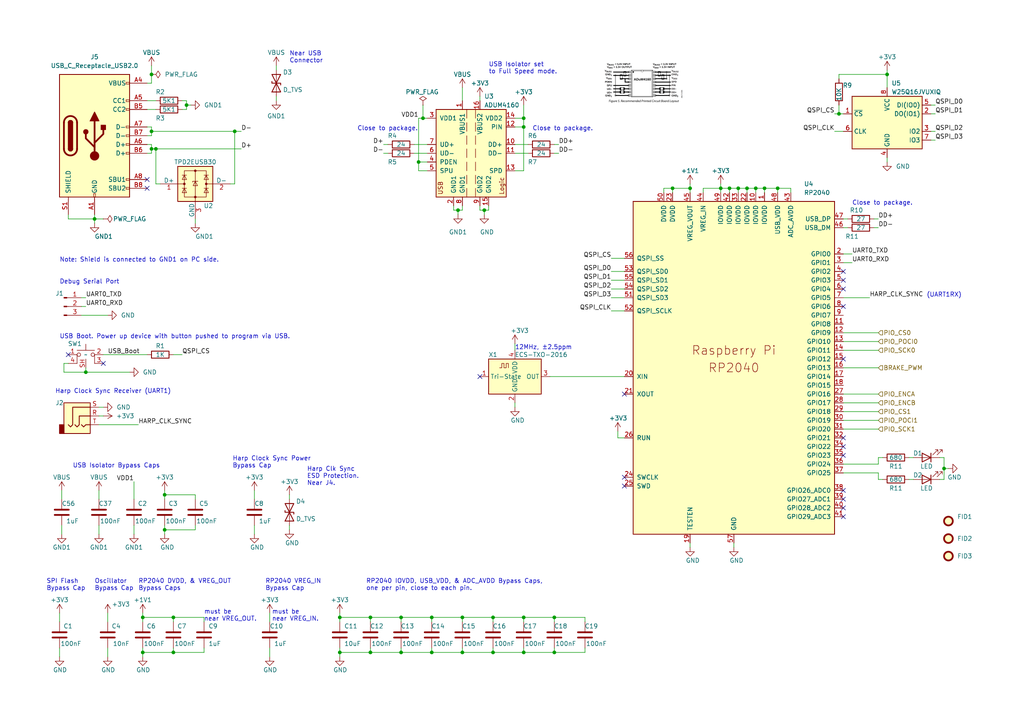
<source format=kicad_sch>
(kicad_sch (version 20230121) (generator eeschema)
  (paper "A4")
  (junction (at 116.332 179.07))
  (junction (at 151.892 179.07))
  (junction (at 47.752 143.51))
  (junction (at 243.332 33.02))
  (junction (at 225.552 54.61))
  (junction (at 160.782 179.07))
  (junction (at 221.742 54.61))
  (junction (at 211.582 54.61))
  (junction (at 122.682 34.29))
  (junction (at 43.942 43.18))
  (junction (at 195.072 54.61))
  (junction (at 116.332 189.23))
  (junction (at 125.222 189.23))
  (junction (at 24.892 107.95))
  (junction (at 151.892 36.83))
  (junction (at 143.002 189.23))
  (junction (at 45.212 43.18))
  (junction (at 143.002 179.07))
  (junction (at 121.412 46.99))
  (junction (at 27.432 63.5))
  (junction (at 273.812 135.89))
  (junction (at 125.222 179.07))
  (junction (at 107.442 179.07))
  (junction (at 219.202 54.61))
  (junction (at 132.842 60.96))
  (junction (at 50.292 189.23))
  (junction (at 98.552 189.23))
  (junction (at 257.302 21.59))
  (junction (at 134.112 189.23))
  (junction (at 68.072 38.1))
  (junction (at 160.782 189.23))
  (junction (at 41.402 189.23))
  (junction (at 216.662 54.61))
  (junction (at 98.552 179.07))
  (junction (at 140.462 60.96))
  (junction (at 43.942 21.59))
  (junction (at 107.442 189.23))
  (junction (at 50.292 179.07))
  (junction (at 214.122 54.61))
  (junction (at 43.942 38.1))
  (junction (at 151.892 34.29))
  (junction (at 209.042 54.61))
  (junction (at 134.112 179.07))
  (junction (at 47.752 153.67))
  (junction (at 151.892 189.23))
  (junction (at 200.152 54.61))
  (junction (at 54.102 30.48))
  (junction (at 41.402 179.07))
  (no_connect (at 244.602 144.78))
  (no_connect (at 244.602 78.74))
  (no_connect (at 244.602 147.32))
  (no_connect (at 244.602 132.08))
  (no_connect (at 244.602 81.28))
  (no_connect (at 244.602 104.14))
  (no_connect (at 181.102 140.97))
  (no_connect (at 42.672 54.61))
  (no_connect (at 19.812 102.87))
  (no_connect (at 181.102 138.43))
  (no_connect (at 244.602 127))
  (no_connect (at 181.102 114.3))
  (no_connect (at 244.602 83.82))
  (no_connect (at 244.602 88.9))
  (no_connect (at 244.602 142.24))
  (no_connect (at 42.672 52.07))
  (no_connect (at 29.972 105.41))
  (no_connect (at 139.192 109.22))
  (no_connect (at 244.602 149.86))
  (no_connect (at 244.602 129.54))
  (wire (pts (xy 116.332 187.96) (xy 116.332 189.23)))
  (wire (pts (xy 253.492 66.04) (xy 254.762 66.04)))
  (wire (pts (xy 256.032 139.065) (xy 254.762 139.065)))
  (wire (pts (xy 132.842 60.96) (xy 132.842 62.23)))
  (wire (pts (xy 273.812 132.715) (xy 273.812 135.89)))
  (wire (pts (xy 56.642 144.78) (xy 56.642 143.51)))
  (wire (pts (xy 17.907 142.24) (xy 17.907 144.78)))
  (wire (pts (xy 219.202 54.61) (xy 221.742 54.61)))
  (wire (pts (xy 116.332 179.07) (xy 125.222 179.07)))
  (wire (pts (xy 47.752 152.4) (xy 47.752 153.67)))
  (wire (pts (xy 56.642 143.51) (xy 47.752 143.51)))
  (wire (pts (xy 41.402 179.07) (xy 50.292 179.07)))
  (wire (pts (xy 52.832 29.21) (xy 54.102 29.21)))
  (wire (pts (xy 140.462 60.96) (xy 141.732 60.96)))
  (wire (pts (xy 47.752 143.51) (xy 47.752 144.78)))
  (wire (pts (xy 244.602 114.3) (xy 254.762 114.3)))
  (wire (pts (xy 177.292 90.17) (xy 181.102 90.17)))
  (wire (pts (xy 31.242 187.96) (xy 31.242 190.5)))
  (wire (pts (xy 243.332 21.59) (xy 257.302 21.59)))
  (wire (pts (xy 47.752 153.67) (xy 47.752 154.94)))
  (wire (pts (xy 28.702 142.24) (xy 28.702 144.78)))
  (wire (pts (xy 45.212 43.18) (xy 69.977 43.18)))
  (wire (pts (xy 17.272 177.8) (xy 17.272 180.34)))
  (wire (pts (xy 169.672 179.07) (xy 160.782 179.07)))
  (wire (pts (xy 28.702 152.4) (xy 28.702 154.94)))
  (wire (pts (xy 68.072 38.1) (xy 69.977 38.1)))
  (wire (pts (xy 160.782 189.23) (xy 169.672 189.23)))
  (wire (pts (xy 54.102 31.75) (xy 54.102 30.48)))
  (wire (pts (xy 151.892 34.29) (xy 149.352 34.29)))
  (wire (pts (xy 244.602 121.92) (xy 254.762 121.92)))
  (wire (pts (xy 18.542 107.95) (xy 24.892 107.95)))
  (wire (pts (xy 244.602 86.36) (xy 252.222 86.36)))
  (wire (pts (xy 28.702 118.11) (xy 29.972 118.11)))
  (wire (pts (xy 123.952 46.99) (xy 121.412 46.99)))
  (wire (pts (xy 116.332 179.07) (xy 107.442 179.07)))
  (wire (pts (xy 31.242 177.8) (xy 31.242 180.34)))
  (wire (pts (xy 23.622 91.44) (xy 31.242 91.44)))
  (wire (pts (xy 27.432 63.5) (xy 29.972 63.5)))
  (wire (pts (xy 151.892 187.96) (xy 151.892 189.23)))
  (wire (pts (xy 263.652 132.715) (xy 264.922 132.715)))
  (wire (pts (xy 125.222 180.34) (xy 125.222 179.07)))
  (wire (pts (xy 38.862 139.7) (xy 38.862 144.78)))
  (wire (pts (xy 121.412 46.99) (xy 121.412 34.29)))
  (wire (pts (xy 244.602 134.62) (xy 254.762 134.62)))
  (wire (pts (xy 134.112 60.96) (xy 132.842 60.96)))
  (wire (pts (xy 134.112 179.07) (xy 143.002 179.07)))
  (wire (pts (xy 42.672 29.21) (xy 45.212 29.21)))
  (wire (pts (xy 209.042 53.34) (xy 209.042 54.61)))
  (wire (pts (xy 43.942 44.45) (xy 42.672 44.45)))
  (wire (pts (xy 28.702 120.65) (xy 29.972 120.65)))
  (wire (pts (xy 56.642 63.5) (xy 56.642 64.77)))
  (wire (pts (xy 192.532 54.61) (xy 192.532 55.88)))
  (wire (pts (xy 50.292 189.23) (xy 50.292 187.96)))
  (wire (pts (xy 83.947 152.4) (xy 83.947 153.67)))
  (wire (pts (xy 17.272 187.96) (xy 17.272 190.5)))
  (wire (pts (xy 17.907 152.4) (xy 17.907 154.94)))
  (wire (pts (xy 216.662 54.61) (xy 216.662 55.88)))
  (wire (pts (xy 244.602 76.2) (xy 247.142 76.2)))
  (wire (pts (xy 107.442 179.07) (xy 107.442 180.34)))
  (wire (pts (xy 122.682 30.48) (xy 122.682 34.29)))
  (wire (pts (xy 273.812 135.89) (xy 275.082 135.89)))
  (wire (pts (xy 254.762 137.16) (xy 244.602 137.16)))
  (wire (pts (xy 41.402 189.23) (xy 50.292 189.23)))
  (wire (pts (xy 125.222 179.07) (xy 134.112 179.07)))
  (wire (pts (xy 134.112 179.07) (xy 134.112 180.34)))
  (wire (pts (xy 120.142 41.91) (xy 123.952 41.91)))
  (wire (pts (xy 83.947 143.51) (xy 83.947 144.78)))
  (wire (pts (xy 216.662 54.61) (xy 219.202 54.61)))
  (wire (pts (xy 47.752 153.67) (xy 56.642 153.67)))
  (wire (pts (xy 209.042 54.61) (xy 203.962 54.61)))
  (wire (pts (xy 203.962 54.61) (xy 203.962 55.88)))
  (wire (pts (xy 50.292 180.34) (xy 50.292 179.07)))
  (wire (pts (xy 181.102 86.36) (xy 177.292 86.36)))
  (wire (pts (xy 78.232 187.96) (xy 78.232 190.5)))
  (wire (pts (xy 141.732 60.96) (xy 141.732 59.69)))
  (wire (pts (xy 143.002 179.07) (xy 143.002 180.34)))
  (wire (pts (xy 254.762 134.62) (xy 254.762 132.715)))
  (wire (pts (xy 43.942 36.83) (xy 43.942 38.1)))
  (wire (pts (xy 263.652 139.065) (xy 264.922 139.065)))
  (wire (pts (xy 140.462 60.96) (xy 140.462 62.23)))
  (wire (pts (xy 254.762 139.065) (xy 254.762 137.16)))
  (wire (pts (xy 229.362 54.61) (xy 225.552 54.61)))
  (wire (pts (xy 272.542 132.715) (xy 273.812 132.715)))
  (wire (pts (xy 225.552 54.61) (xy 221.742 54.61)))
  (wire (pts (xy 134.112 189.23) (xy 125.222 189.23)))
  (wire (pts (xy 50.292 189.23) (xy 59.182 189.23)))
  (wire (pts (xy 214.122 54.61) (xy 216.662 54.61)))
  (wire (pts (xy 253.492 63.5) (xy 254.762 63.5)))
  (wire (pts (xy 125.222 187.96) (xy 125.222 189.23)))
  (wire (pts (xy 242.062 38.1) (xy 244.602 38.1)))
  (wire (pts (xy 225.552 54.61) (xy 225.552 55.88)))
  (wire (pts (xy 54.102 30.48) (xy 54.102 29.21)))
  (wire (pts (xy 24.892 106.68) (xy 24.892 107.95)))
  (wire (pts (xy 179.197 125.095) (xy 179.197 127)))
  (wire (pts (xy 43.942 38.1) (xy 68.072 38.1)))
  (wire (pts (xy 116.332 189.23) (xy 107.442 189.23)))
  (wire (pts (xy 181.102 83.82) (xy 177.292 83.82)))
  (wire (pts (xy 151.892 189.23) (xy 143.002 189.23)))
  (wire (pts (xy 200.152 54.61) (xy 195.072 54.61)))
  (wire (pts (xy 257.302 20.32) (xy 257.302 21.59)))
  (wire (pts (xy 116.332 179.07) (xy 116.332 180.34)))
  (wire (pts (xy 23.622 86.36) (xy 24.892 86.36)))
  (wire (pts (xy 169.672 180.34) (xy 169.672 179.07)))
  (wire (pts (xy 59.182 180.34) (xy 59.182 179.07)))
  (wire (pts (xy 29.972 102.87) (xy 42.672 102.87)))
  (wire (pts (xy 18.542 105.41) (xy 19.812 105.41)))
  (wire (pts (xy 214.122 54.61) (xy 214.122 55.88)))
  (wire (pts (xy 24.892 107.95) (xy 37.592 107.95)))
  (wire (pts (xy 43.942 38.1) (xy 43.942 39.37)))
  (wire (pts (xy 122.682 34.29) (xy 121.412 34.29)))
  (wire (pts (xy 139.192 27.94) (xy 139.192 29.21)))
  (wire (pts (xy 244.602 119.38) (xy 254.762 119.38)))
  (wire (pts (xy 151.892 30.48) (xy 151.892 34.29)))
  (wire (pts (xy 132.842 60.96) (xy 131.572 60.96)))
  (wire (pts (xy 219.202 54.61) (xy 219.202 55.88)))
  (wire (pts (xy 270.002 40.64) (xy 271.272 40.64)))
  (wire (pts (xy 68.072 53.34) (xy 66.802 53.34)))
  (wire (pts (xy 123.952 34.29) (xy 122.682 34.29)))
  (wire (pts (xy 120.142 44.45) (xy 123.952 44.45)))
  (wire (pts (xy 56.642 153.67) (xy 56.642 152.4)))
  (wire (pts (xy 27.432 63.5) (xy 27.432 64.77)))
  (wire (pts (xy 139.192 59.69) (xy 139.192 60.96)))
  (wire (pts (xy 143.002 187.96) (xy 143.002 189.23)))
  (wire (pts (xy 211.582 54.61) (xy 214.122 54.61)))
  (wire (pts (xy 179.197 127) (xy 181.102 127)))
  (wire (pts (xy 43.942 43.18) (xy 45.212 43.18)))
  (wire (pts (xy 151.892 189.23) (xy 160.782 189.23)))
  (wire (pts (xy 244.602 99.06) (xy 254.762 99.06)))
  (wire (pts (xy 27.432 62.23) (xy 27.432 63.5)))
  (wire (pts (xy 43.942 21.59) (xy 43.942 24.13)))
  (wire (pts (xy 177.292 74.93) (xy 181.102 74.93)))
  (wire (pts (xy 221.742 54.61) (xy 221.742 55.88)))
  (wire (pts (xy 244.602 124.46) (xy 254.762 124.46)))
  (wire (pts (xy 270.002 30.48) (xy 271.272 30.48)))
  (wire (pts (xy 244.602 106.68) (xy 254.762 106.68)))
  (wire (pts (xy 80.137 27.94) (xy 80.137 29.21)))
  (wire (pts (xy 169.672 187.96) (xy 169.672 189.23)))
  (wire (pts (xy 45.212 53.34) (xy 46.482 53.34)))
  (wire (pts (xy 160.782 179.07) (xy 151.892 179.07)))
  (wire (pts (xy 42.672 41.91) (xy 43.942 41.91)))
  (wire (pts (xy 229.362 55.88) (xy 229.362 54.61)))
  (wire (pts (xy 107.442 187.96) (xy 107.442 189.23)))
  (wire (pts (xy 43.942 41.91) (xy 43.942 43.18)))
  (wire (pts (xy 200.152 53.34) (xy 200.152 54.61)))
  (wire (pts (xy 254.762 132.715) (xy 256.032 132.715)))
  (wire (pts (xy 243.332 30.48) (xy 243.332 33.02)))
  (wire (pts (xy 43.942 39.37) (xy 42.672 39.37)))
  (wire (pts (xy 134.112 25.4) (xy 134.112 29.21)))
  (wire (pts (xy 149.352 44.45) (xy 153.162 44.45)))
  (wire (pts (xy 159.512 109.22) (xy 181.102 109.22)))
  (wire (pts (xy 200.152 54.61) (xy 200.152 55.88)))
  (wire (pts (xy 242.062 33.02) (xy 243.332 33.02)))
  (wire (pts (xy 43.942 24.13) (xy 42.672 24.13)))
  (wire (pts (xy 43.942 43.18) (xy 43.942 44.45)))
  (wire (pts (xy 181.102 78.74) (xy 177.292 78.74)))
  (wire (pts (xy 59.182 189.23) (xy 59.182 187.96)))
  (wire (pts (xy 98.552 177.8) (xy 98.552 179.07)))
  (wire (pts (xy 270.002 33.02) (xy 271.272 33.02)))
  (wire (pts (xy 211.582 54.61) (xy 211.582 55.88)))
  (wire (pts (xy 151.892 36.83) (xy 151.892 49.53)))
  (wire (pts (xy 195.072 54.61) (xy 195.072 55.88)))
  (wire (pts (xy 149.352 99.695) (xy 149.352 101.6)))
  (wire (pts (xy 244.602 63.5) (xy 245.872 63.5)))
  (wire (pts (xy 160.782 41.91) (xy 162.052 41.91)))
  (wire (pts (xy 209.042 54.61) (xy 211.582 54.61)))
  (wire (pts (xy 143.002 189.23) (xy 134.112 189.23)))
  (wire (pts (xy 134.112 59.69) (xy 134.112 60.96)))
  (wire (pts (xy 50.292 102.87) (xy 52.832 102.87)))
  (wire (pts (xy 98.552 187.96) (xy 98.552 189.23)))
  (wire (pts (xy 200.152 157.48) (xy 200.152 158.75)))
  (wire (pts (xy 50.292 179.07) (xy 59.182 179.07)))
  (wire (pts (xy 139.192 60.96) (xy 140.462 60.96)))
  (wire (pts (xy 41.402 189.23) (xy 41.402 190.5)))
  (wire (pts (xy 80.137 19.05) (xy 80.137 20.32)))
  (wire (pts (xy 244.602 96.52) (xy 254.762 96.52)))
  (wire (pts (xy 98.552 189.23) (xy 107.442 189.23)))
  (wire (pts (xy 160.782 180.34) (xy 160.782 179.07)))
  (wire (pts (xy 243.332 33.02) (xy 244.602 33.02)))
  (wire (pts (xy 73.787 142.24) (xy 73.787 144.78)))
  (wire (pts (xy 149.352 36.83) (xy 151.892 36.83)))
  (wire (pts (xy 41.402 177.8) (xy 41.402 179.07)))
  (wire (pts (xy 23.622 88.9) (xy 24.892 88.9)))
  (wire (pts (xy 243.332 22.86) (xy 243.332 21.59)))
  (wire (pts (xy 209.042 54.61) (xy 209.042 55.88)))
  (wire (pts (xy 19.812 62.23) (xy 19.812 63.5)))
  (wire (pts (xy 18.542 107.95) (xy 18.542 105.41)))
  (wire (pts (xy 123.952 49.53) (xy 121.412 49.53)))
  (wire (pts (xy 244.602 116.84) (xy 254.762 116.84)))
  (wire (pts (xy 19.812 63.5) (xy 27.432 63.5)))
  (wire (pts (xy 41.402 187.96) (xy 41.402 189.23)))
  (wire (pts (xy 98.552 189.23) (xy 98.552 190.5)))
  (wire (pts (xy 160.782 189.23) (xy 160.782 187.96)))
  (wire (pts (xy 52.832 31.75) (xy 54.102 31.75)))
  (wire (pts (xy 41.402 179.07) (xy 41.402 180.34)))
  (wire (pts (xy 151.892 180.34) (xy 151.892 179.07)))
  (wire (pts (xy 143.002 179.07) (xy 151.892 179.07)))
  (wire (pts (xy 257.302 45.72) (xy 257.302 46.99)))
  (wire (pts (xy 125.222 189.23) (xy 116.332 189.23)))
  (wire (pts (xy 111.252 44.45) (xy 112.522 44.45)))
  (wire (pts (xy 98.552 179.07) (xy 107.442 179.07)))
  (wire (pts (xy 98.552 179.07) (xy 98.552 180.34)))
  (wire (pts (xy 121.412 49.53) (xy 121.412 46.99)))
  (wire (pts (xy 257.302 21.59) (xy 257.302 25.4)))
  (wire (pts (xy 244.602 73.66) (xy 247.142 73.66)))
  (wire (pts (xy 272.542 139.065) (xy 273.812 139.065)))
  (wire (pts (xy 151.892 49.53) (xy 149.352 49.53)))
  (wire (pts (xy 111.252 41.91) (xy 112.522 41.91)))
  (wire (pts (xy 73.787 152.4) (xy 73.787 154.94)))
  (wire (pts (xy 149.352 116.84) (xy 149.352 118.11)))
  (wire (pts (xy 54.102 30.48) (xy 55.372 30.48)))
  (wire (pts (xy 149.352 41.91) (xy 153.162 41.91)))
  (wire (pts (xy 28.702 123.19) (xy 40.132 123.19)))
  (wire (pts (xy 270.002 38.1) (xy 271.272 38.1)))
  (wire (pts (xy 151.892 34.29) (xy 151.892 36.83)))
  (wire (pts (xy 131.572 59.69) (xy 131.572 60.96)))
  (wire (pts (xy 45.212 43.18) (xy 45.212 53.34)))
  (wire (pts (xy 43.942 19.05) (xy 43.942 21.59)))
  (wire (pts (xy 212.852 157.48) (xy 212.852 158.75)))
  (wire (pts (xy 273.812 135.89) (xy 273.812 139.065)))
  (wire (pts (xy 195.072 54.61) (xy 192.532 54.61)))
  (wire (pts (xy 244.602 101.6) (xy 254.762 101.6)))
  (wire (pts (xy 160.782 44.45) (xy 162.052 44.45)))
  (wire (pts (xy 134.112 187.96) (xy 134.112 189.23)))
  (wire (pts (xy 78.232 177.8) (xy 78.232 180.34)))
  (wire (pts (xy 47.752 142.24) (xy 47.752 143.51)))
  (wire (pts (xy 181.102 81.28) (xy 177.292 81.28)))
  (wire (pts (xy 68.072 38.1) (xy 68.072 53.34)))
  (wire (pts (xy 42.672 31.75) (xy 45.212 31.75)))
  (wire (pts (xy 42.672 36.83) (xy 43.942 36.83)))
  (wire (pts (xy 244.602 66.04) (xy 245.872 66.04)))
  (wire (pts (xy 38.862 152.4) (xy 38.862 154.94)))
  (image (at 186.182 24.13) (scale 0.172608))
  (text "Harp Clk Sync\nESD Protection.\nNear J4." (at 89.027 140.97 0) (effects (font (size 1.27 1.27)) (justify left bottom)))
  (text "USB Isolator set\nto Full Speed mode." (at 141.732 21.59 0) (effects (font (size 1.27 1.27)) (justify left bottom)))
  (text "must be \nnear VREG_OUT." (at 59.182 180.34 0) (effects (font (size 1.27 1.27)) (justify left bottom)))
  (text "USB Isolator Bypass Caps" (at 21.082 135.89 0) (effects (font (size 1.27 1.27)) (justify left bottom)))
  (text "Harp Clock Sync Receiver (UART1)" (at 16.002 114.3 0) (effects (font (size 1.27 1.27)) (justify left bottom)))
  (text "Oscillator\nBypass Cap" (at 27.432 171.45 0) (effects (font (size 1.27 1.27)) (justify left bottom)))
  (text "Debug Serial Port" (at 17.272 82.55 0) (effects (font (size 1.27 1.27)) (justify left bottom)))
  (text "Harp Clock Sync Power\nBypass Cap" (at 67.437 135.89 0) (effects (font (size 1.27 1.27)) (justify left bottom)))
  (text "RP2040 IOVDD, USB_VDD, & ADC_AVDD Bypass Caps, \none per pin, close to each pin." (at 106.172 171.45 0) (effects (font (size 1.27 1.27)) (justify left bottom)))
  (text "USB Boot. Power up device with button pushed to program via USB." (at 17.272 98.425 0) (effects (font (size 1.27 1.27)) (justify left bottom)))
  (text "(UART1RX)" (at 268.732 86.36 0) (effects (font (size 1.27 1.27)) (justify left bottom)))
  (text "Close to package." (at 247.142 59.69 0) (effects (font (size 1.27 1.27)) (justify left bottom)))
  (text "RP2040 VREG_IN\nBypass Cap" (at 76.962 171.45 0) (effects (font (size 1.27 1.27)) (justify left bottom)))
  (text "12MHz, ±2.5ppm" (at 149.352 101.6 0) (effects (font (size 1.27 1.27)) (justify left bottom)))
  (text "must be \nnear VREG_IN." (at 78.867 180.34 0) (effects (font (size 1.27 1.27)) (justify left bottom)))
  (text "Near USB\nConnector" (at 83.947 18.415 0) (effects (font (size 1.27 1.27)) (justify left bottom)))
  (text "Close to package." (at 154.432 38.1 0) (effects (font (size 1.27 1.27)) (justify left bottom)))
  (text "RP2040 DVDD, & VREG_OUT \nBypass Caps" (at 40.132 171.45 0) (effects (font (size 1.27 1.27)) (justify left bottom)))
  (text "Close to package." (at 103.632 38.1 0) (effects (font (size 1.27 1.27)) (justify left bottom)))
  (text "Note: Shield is connected to GND1 on PC side." (at 17.272 76.2 0) (effects (font (size 1.27 1.27)) (justify left bottom)))
  (text "SPI Flash\nBypass Cap" (at 13.462 171.45 0) (effects (font (size 1.27 1.27)) (justify left bottom)))
  (label "QSPI_CLK" (at 177.292 90.17 180))
  (label "QSPI_CS" (at 177.292 74.93 180))
  (label "HARP_CLK_SYNC" (at 252.222 86.36 0))
  (label "VDD1" (at 121.412 34.29 180))
  (label "USB_Boot" (at 31.242 102.87 0))
  (label "D-" (at 111.252 44.45 180))
  (label "QSPI_CS" (at 52.832 102.87 0))
  (label "QSPI_D2" (at 271.272 38.1 0))
  (label "UART0_RXD" (at 24.892 88.9 0))
  (label "VDD1" (at 38.862 139.7 180))
  (label "HARP_CLK_SYNC" (at 40.132 123.19 0))
  (label "QSPI_D3" (at 177.292 86.36 180))
  (label "UART0_TXD" (at 247.142 73.66 0))
  (label "DD+" (at 162.052 41.91 0))
  (label "QSPI_D3" (at 271.272 40.64 0))
  (label "DD+" (at 254.762 63.5 0))
  (label "D-" (at 69.977 38.1 0))
  (label "DD-" (at 254.762 66.04 0))
  (label "QSPI_D2" (at 177.292 83.82 180))
  (label "QSPI_D0" (at 177.292 78.74 180))
  (label "QSPI_D1" (at 177.292 81.28 180))
  (label "QSPI_CLK" (at 242.062 38.1 180))
  (label "DD-" (at 162.052 44.45 0))
  (label "D+" (at 111.252 41.91 180))
  (label "QSPI_CS" (at 242.062 33.02 180))
  (label "QSPI_D1" (at 271.272 33.02 0))
  (label "D+" (at 69.977 43.18 0))
  (label "QSPI_D0" (at 271.272 30.48 0))
  (label "UART0_RXD" (at 247.142 76.2 0))
  (label "UART0_TXD" (at 24.892 86.36 0))
  (hierarchical_label "PIO_SCK1" (shape input) (at 254.762 124.46 0))
  (hierarchical_label "BRAKE_PWM" (shape input) (at 254.762 106.68 0))
  (hierarchical_label "PIO_POCI0" (shape input) (at 254.762 99.06 0))
  (hierarchical_label "PIO_SCK0" (shape input) (at 254.762 101.6 0))
  (hierarchical_label "PIO_ENCA" (shape input) (at 254.762 114.3 0))
  (hierarchical_label "PIO_ENCB" (shape input) (at 254.762 116.84 0))
  (hierarchical_label "PIO_CS0" (shape input) (at 254.762 96.52 0))
  (hierarchical_label "PIO_CS1" (shape input) (at 254.762 119.38 0))
  (hierarchical_label "PIO_POCI1" (shape input) (at 254.762 121.92 0))
  (symbol (lib_id "Device:R") (at 49.022 29.21 90) (unit 1)
    (property "Reference" "R2" (at 46.482 26.67 90))
    (property "Value" "5K1" (at 49.022 29.21 90))
    (property "Footprint" "Resistor_SMD:R_0402_1005Metric" (effects hide))
    (property "Datasheet" "https://www.yageo.com/upload/media/product/productsearch/datasheet/rchip/PYu-RT_1-to-0.01_RoHS_L_13.pdf" (effects hide))
    (property "Link" "https://www.digikey.com/en/products/detail/yageo/RT0402FRE075K1L/1072083" (effects hide))
    (property "Manufacturer" "Yageo" (effects hide))
    (property "Manufacturer Number" "RT0402FRE075K1L" (effects hide))
    (property "Tolerance" "1%" (effects hide))
    (property "PCBWay Link" "https://www.pcbway.com/components/detail/RT0402FRE075K1L/449762/" (effects hide))
  )
  (symbol (lib_id "power:+3.3V") (at 151.892 30.48 0) (unit 1)
    (property "Reference" "#PWR075" (effects hide))
    (property "Value" "+3.3V" (at 151.892 26.67 0))
  )
  (symbol (lib_id "power:GND1") (at 55.372 30.48 90) (unit 1)
    (property "Reference" "#PWR057" (effects hide))
    (property "Value" "GND1" (at 59.182 30.4799 90) (effects (justify right)))
  )
  (symbol (lib_id "Device:C") (at 107.442 184.15 180) (unit 1)
    (property "Reference" "C12" (at 111.252 181.61 0) (effects (justify left)))
    (property "Value" "100nF" (at 113.792 186.69 0) (effects (justify left)))
    (property "Footprint" "Capacitor_SMD:C_0402_1005Metric" (effects hide))
    (property "Datasheet" "http://www.passivecomponent.com/wp-content/uploads/datasheet/WTC_MLCC_General_Purpose.pdf" (effects hide))
    (property "Link" "https://www.digikey.com/en/products/detail/walsin-technology-corporation/0402B104K160CT/6707534" (effects hide))
    (property "Manufacturer" "Walson Technology Corporation" (effects hide))
    (property "Manufacturer Number" "0402B104K160CT" (effects hide))
    (property "Rated Voltage" "16V" (effects hide))
    (property "Temperature Coefficient" "X7R" (effects hide))
    (property "Tolerance" "10%" (effects hide))
    (property "PCBWay Link" "https://www.pcbway.com/components/detail/0402B104K160CT/307171/" (effects hide))
  )
  (symbol (lib_id "power:VBUS") (at 134.112 25.4 0) (unit 1)
    (property "Reference" "#PWR070" (effects hide))
    (property "Value" "VBUS" (at 134.112 21.59 0))
  )
  (symbol (lib_id "Device:C") (at 41.402 184.15 180) (unit 1)
    (property "Reference" "C6" (at 45.212 181.61 0) (effects (justify left)))
    (property "Value" "100nF" (at 47.752 186.69 0) (effects (justify left)))
    (property "Footprint" "Capacitor_SMD:C_0402_1005Metric" (effects hide))
    (property "Datasheet" "http://www.passivecomponent.com/wp-content/uploads/datasheet/WTC_MLCC_General_Purpose.pdf" (effects hide))
    (property "Link" "https://www.digikey.com/en/products/detail/walsin-technology-corporation/0402B104K160CT/6707534" (effects hide))
    (property "Manufacturer" "Walson Technology Corporation" (effects hide))
    (property "Manufacturer Number" "0402B104K160CT" (effects hide))
    (property "Rated Voltage" "16V" (effects hide))
    (property "Temperature Coefficient" "X7R" (effects hide))
    (property "Tolerance" "10%" (effects hide))
    (property "PCBWay Link" "https://www.pcbway.com/components/detail/0402B104K160CT/307171/" (effects hide))
  )
  (symbol (lib_id "Device:C") (at 151.892 184.15 180) (unit 1)
    (property "Reference" "C17" (at 155.702 181.61 0) (effects (justify left)))
    (property "Value" "100nF" (at 158.242 186.69 0) (effects (justify left)))
    (property "Footprint" "Capacitor_SMD:C_0402_1005Metric" (effects hide))
    (property "Datasheet" "http://www.passivecomponent.com/wp-content/uploads/datasheet/WTC_MLCC_General_Purpose.pdf" (effects hide))
    (property "Link" "https://www.digikey.com/en/products/detail/walsin-technology-corporation/0402B104K160CT/6707534" (effects hide))
    (property "Manufacturer" "Walson Technology Corporation" (effects hide))
    (property "Manufacturer Number" "0402B104K160CT" (effects hide))
    (property "Rated Voltage" "16V" (effects hide))
    (property "Temperature Coefficient" "X7R" (effects hide))
    (property "Tolerance" "10%" (effects hide))
    (property "PCBWay Link" "https://www.pcbway.com/components/detail/0402B104K160CT/307171/" (effects hide))
  )
  (symbol (lib_id "power:GND1") (at 80.137 29.21 0) (unit 1)
    (property "Reference" "#PWR064" (effects hide))
    (property "Value" "GND1" (at 80.137 33.655 0))
  )
  (symbol (lib_id "power:+3V3") (at 209.042 53.34 0) (unit 1)
    (property "Reference" "#PWR079" (effects hide))
    (property "Value" "+3V3" (at 209.042 49.53 0))
  )
  (symbol (lib_id "Device:C") (at 116.332 184.15 180) (unit 1)
    (property "Reference" "C13" (at 120.142 181.61 0) (effects (justify left)))
    (property "Value" "100nF" (at 122.682 186.69 0) (effects (justify left)))
    (property "Footprint" "Capacitor_SMD:C_0402_1005Metric" (effects hide))
    (property "Datasheet" "http://www.passivecomponent.com/wp-content/uploads/datasheet/WTC_MLCC_General_Purpose.pdf" (effects hide))
    (property "Link" "https://www.digikey.com/en/products/detail/walsin-technology-corporation/0402B104K160CT/6707534" (effects hide))
    (property "Manufacturer" "Walson Technology Corporation" (effects hide))
    (property "Manufacturer Number" "0402B104K160CT" (effects hide))
    (property "Rated Voltage" "16V" (effects hide))
    (property "Temperature Coefficient" "X7R" (effects hide))
    (property "Tolerance" "10%" (effects hide))
    (property "PCBWay Link" "https://www.pcbway.com/components/detail/0402B104K160CT/307171/" (effects hide))
  )
  (symbol (lib_id "power:GND") (at 29.972 118.11 90) (unit 1)
    (property "Reference" "#PWR045" (effects hide))
    (property "Value" "GND" (at 33.782 118.1099 90) (effects (justify right)))
  )
  (symbol (lib_id "power:GND") (at 31.242 190.5 0) (unit 1)
    (property "Reference" "#PWR049" (effects hide))
    (property "Value" "GND" (at 29.337 194.31 0) (effects (justify left)))
  )
  (symbol (lib_id "kicad_component_library:SW_Push_with_gnd") (at 24.892 102.87 0) (unit 1)
    (property "Reference" "SW1" (at 21.717 99.695 0))
    (property "Value" "~" (at 24.892 102.87 0))
    (property "Footprint" "kicad_component_library:SW_Push_1P1T-SH_NO_Vertical_Wuerth_WS-TASV" (effects hide))
    (property "Datasheet" "https://www.we-online.com/components/products/datasheet/435451019820.pdf" (effects hide))
    (property "Manufacturer Number" "435451019820" (effects hide))
    (property "Manufacturer" "Würth Elektronik" (effects hide))
    (property "Link" "https://www.digikey.com/en/products/detail/w%C3%BCrth-elektronik/435451019820/18735367" (effects hide))
    (property "Alternate" "https://www.digikey.com/en/products/detail/w%C3%BCrth-elektronik/435431019840/18735375" (effects hide))
    (property "Notes" "washable" (effects hide))
  )
  (symbol (lib_id "Device:C") (at 31.242 184.15 180) (unit 1)
    (property "Reference" "C4" (at 35.052 181.61 0) (effects (justify left)))
    (property "Value" "10nF" (at 37.592 186.69 0) (effects (justify left)))
    (property "Footprint" "Capacitor_SMD:C_0402_1005Metric" (effects hide))
    (property "Datasheet" "https://www.yageo.com/upload/media/product/productsearch/datasheet/mlcc/UPY-GPHC_X7R_6.3V-to-250V_23.pdf" (effects hide))
    (property "Link" "https://www.digikey.com/en/products/detail/yageo/CC0402KPX7R8BB103/11490384" (effects hide))
    (property "Manufacturer" "Yageo" (effects hide))
    (property "Manufacturer Number" "CC0402KPX7R8BB103" (effects hide))
    (property "Rated Voltage" "25V" (effects hide))
    (property "Temperature Coefficient" "X7R" (effects hide))
    (property "Tolerance" "10%" (effects hide))
  )
  (symbol (lib_id "Device:D_TVS") (at 83.947 148.59 90) (unit 1)
    (property "Reference" "D4" (at 85.852 145.415 90) (effects (justify right)))
    (property "Value" "D_TVS" (at 85.852 150.495 90) (effects (justify right)))
    (property "Footprint" "Diode_SMD:D_0402_1005Metric" (effects hide))
    (property "Datasheet" "https://www.onsemi.com/pdf/datasheet/esdm3551-d.pdf" (effects hide))
    (property "Link" "https://www.digikey.com/en/products/detail/onsemi/SZESDM3551N2T5G/15860141" (effects hide))
    (property "PCBWay Link" "https://www.pcbway.com/components/detail/SZESDM3551N2T5G/947288/" (effects hide))
    (property "Manufacturer" "onsemi" (effects hide))
    (property "Manufacturer Number" "SZESDM3551N2T5G" (effects hide))
    (property "Notes" "not polarized" (effects hide))
  )
  (symbol (lib_id "pi_pico:RP2040") (at 212.852 106.68 0) (unit 1)
    (property "Reference" "U4" (at 233.172 53.34 0) (effects (justify left)))
    (property "Value" "RP2040" (at 233.172 55.88 0) (effects (justify left)))
    (property "Footprint" "kicad_component_library:RP2040-QFN-56" (effects hide))
    (property "Datasheet" "https://datasheets.raspberrypi.com/rp2040/rp2040-datasheet.pdf" (effects hide))
    (property "PCBWay Link" "https://www.pcbway.com/components/detail/SC091413/363165/" (effects hide))
    (property "Link" "https://www.digikey.com/en/products/detail/raspberry-pi/SC0914-13/14306010?s=N4IgTCBcDaIE4AcwAYAsyQF0C%2BQ" (effects hide))
    (property "Manufacturer Number" "SC0914(13)" (effects hide))
    (property "Manufacturer" "Raspberry Pi" (effects hide))
  )
  (symbol (lib_id "power:GND") (at 149.352 118.11 0) (unit 1)
    (property "Reference" "#PWR074" (effects hide))
    (property "Value" "GND" (at 148.082 121.92 0) (effects (justify left)))
  )
  (symbol (lib_id "Device:C") (at 143.002 184.15 180) (unit 1)
    (property "Reference" "C16" (at 146.812 181.61 0) (effects (justify left)))
    (property "Value" "100nF" (at 149.352 186.69 0) (effects (justify left)))
    (property "Footprint" "Capacitor_SMD:C_0402_1005Metric" (effects hide))
    (property "Datasheet" "http://www.passivecomponent.com/wp-content/uploads/datasheet/WTC_MLCC_General_Purpose.pdf" (effects hide))
    (property "Link" "https://www.digikey.com/en/products/detail/walsin-technology-corporation/0402B104K160CT/6707534" (effects hide))
    (property "Manufacturer" "Walson Technology Corporation" (effects hide))
    (property "Manufacturer Number" "0402B104K160CT" (effects hide))
    (property "Rated Voltage" "16V" (effects hide))
    (property "Temperature Coefficient" "X7R" (effects hide))
    (property "Tolerance" "10%" (effects hide))
    (property "PCBWay Link" "https://www.pcbway.com/components/detail/0402B104K160CT/307171/" (effects hide))
  )
  (symbol (lib_id "power:+1V1") (at 41.402 177.8 0) (unit 1)
    (property "Reference" "#PWR052" (effects hide))
    (property "Value" "+1V1" (at 41.402 173.99 0))
  )
  (symbol (lib_id "Device:C") (at 17.907 148.59 0) (unit 1)
    (property "Reference" "C56" (at 17.907 146.05 0) (effects (justify left)))
    (property "Value" "1uF" (at 19.177 151.13 0) (effects (justify left)))
    (property "Footprint" "Capacitor_SMD:C_0402_1005Metric" (effects hide))
    (property "Datasheet" "https://search.murata.co.jp/Ceramy/image/img/A01X/G101/ENG/GRM155R6YA105KE11-01.pdf" (effects hide))
    (property "Notes" "must not be polarized" (effects hide))
    (property "Link" "https://www.digikey.com/en/products/detail/murata-electronics/GRM155R6YA105KE11J/4905163" (effects hide))
    (property "Manufacturer Number" "GRM155R6YA105KE11J" (effects hide))
    (property "Manufacturer" "Murata Electronics" (effects hide))
    (property "Rated Voltage" "35V" (effects hide))
    (property "Temperature Coefficient" "X5R" (effects hide))
  )
  (symbol (lib_id "Mechanical:Fiducial") (at 275.082 161.29 0) (unit 1)
    (property "Reference" "FID3" (at 277.622 161.2899 0) (effects (justify left)))
    (property "Value" "Fiducial" (effects hide))
    (property "Footprint" "Fiducial:Fiducial_0.5mm_Mask1mm" (effects hide))
    (property "Datasheet" "n/a" (effects hide))
    (property "Link" "n/a" (effects hide))
    (property "Manufacturer" "n/a" (effects hide))
    (property "Manufacturer Number" "n/a" (effects hide))
  )
  (symbol (lib_id "Device:C") (at 78.232 184.15 0) (unit 1)
    (property "Reference" "C10" (at 78.232 181.61 0) (effects (justify left)))
    (property "Value" "1uF" (at 79.502 186.69 0) (effects (justify left)))
    (property "Footprint" "Capacitor_SMD:C_0402_1005Metric" (effects hide))
    (property "Datasheet" "https://search.murata.co.jp/Ceramy/image/img/A01X/G101/ENG/GRM155R6YA105KE11-01.pdf" (effects hide))
    (property "Notes" "must not be polarized" (effects hide))
    (property "Link" "https://www.digikey.com/en/products/detail/murata-electronics/GRM155R6YA105KE11J/4905163" (effects hide))
    (property "Manufacturer Number" "GRM155R6YA105KE11J" (effects hide))
    (property "Manufacturer" "Murata Electronics" (effects hide))
    (property "Rated Voltage" "35V" (effects hide))
    (property "Temperature Coefficient" "X5R" (effects hide))
  )
  (symbol (lib_id "Device:C") (at 38.862 148.59 180) (unit 1)
    (property "Reference" "C2" (at 42.672 146.05 0) (effects (justify left)))
    (property "Value" "100nF" (at 45.212 151.13 0) (effects (justify left)))
    (property "Footprint" "Capacitor_SMD:C_0402_1005Metric" (effects hide))
    (property "Datasheet" "http://www.passivecomponent.com/wp-content/uploads/datasheet/WTC_MLCC_General_Purpose.pdf" (effects hide))
    (property "Link" "https://www.digikey.com/en/products/detail/walsin-technology-corporation/0402B104K160CT/6707534" (effects hide))
    (property "Manufacturer" "Walson Technology Corporation" (effects hide))
    (property "Manufacturer Number" "0402B104K160CT" (effects hide))
    (property "Rated Voltage" "16V" (effects hide))
    (property "Temperature Coefficient" "X7R" (effects hide))
    (property "Tolerance" "10%" (effects hide))
    (property "PCBWay Link" "https://www.pcbway.com/components/detail/0402B104K160CT/307171/" (effects hide))
  )
  (symbol (lib_id "power:+3V3") (at 179.197 125.095 0) (unit 1)
    (property "Reference" "#PWR076" (effects hide))
    (property "Value" "+3V3" (at 176.657 121.285 0) (effects (justify left)))
  )
  (symbol (lib_id "Device:R") (at 46.482 102.87 90) (unit 1)
    (property "Reference" "R1" (at 46.482 100.33 90))
    (property "Value" "1K" (at 46.482 102.87 90))
    (property "Footprint" "Resistor_SMD:R_0402_1005Metric" (effects hide))
    (property "Datasheet" "n/a" (effects hide))
    (property "Tolerance" "1%" (effects hide))
    (property "Link" "https://www.digikey.com/en/products/detail/yageo/RT0402BRD071KL/1069118" (effects hide))
    (property "Manufacturer" "Yageo" (effects hide))
    (property "Manufacturer Number" "RT0402BRD071KL" (effects hide))
  )
  (symbol (lib_id "power:GND") (at 140.462 62.23 0) (unit 1)
    (property "Reference" "#PWR072" (effects hide))
    (property "Value" "GND" (at 139.192 67.31 0) (effects (justify left)))
  )
  (symbol (lib_id "power:GND1") (at 132.842 62.23 0) (unit 1)
    (property "Reference" "#PWR069" (effects hide))
    (property "Value" "GND1" (at 132.842 67.31 0))
  )
  (symbol (lib_id "power:PWR_FLAG") (at 43.942 21.59 270) (unit 1)
    (property "Reference" "#FLG07" (effects hide))
    (property "Value" "PWR_FLAG" (at 47.752 21.5899 90) (effects (justify left)))
  )
  (symbol (lib_id "power:GND") (at 73.787 154.94 0) (unit 1)
    (property "Reference" "#PWR060" (effects hide))
    (property "Value" "GND" (at 72.517 158.75 0) (effects (justify left)))
  )
  (symbol (lib_id "power:+3.3V") (at 257.302 20.32 0) (unit 1)
    (property "Reference" "#PWR081" (effects hide))
    (property "Value" "+3.3V" (at 257.302 16.51 0))
  )
  (symbol (lib_id "Mechanical:Fiducial") (at 275.082 151.13 0) (unit 1)
    (property "Reference" "FID1" (at 277.622 149.8599 0) (effects (justify left)))
    (property "Value" "Fiducial" (effects hide))
    (property "Footprint" "Fiducial:Fiducial_0.5mm_Mask1mm" (effects hide))
    (property "Datasheet" "n/a" (effects hide))
    (property "Link" "n/a" (effects hide))
    (property "Manufacturer" "n/a" (effects hide))
    (property "Manufacturer Number" "n/a" (effects hide))
  )
  (symbol (lib_id "power:VBUS") (at 43.942 19.05 0) (unit 1)
    (property "Reference" "#PWR054" (effects hide))
    (property "Value" "VBUS" (at 43.942 15.24 0))
  )
  (symbol (lib_id "power:GND") (at 41.402 190.5 0) (unit 1)
    (property "Reference" "#PWR053" (effects hide))
    (property "Value" "GND" (at 39.497 194.31 0) (effects (justify left)))
  )
  (symbol (lib_id "power:+3.3V") (at 139.192 27.94 0) (unit 1)
    (property "Reference" "#PWR071" (effects hide))
    (property "Value" "+3.3V" (at 139.192 24.13 0))
  )
  (symbol (lib_id "power:GND") (at 200.152 158.75 0) (unit 1)
    (property "Reference" "#PWR078" (effects hide))
    (property "Value" "GND" (at 198.882 162.56 0) (effects (justify left)))
  )
  (symbol (lib_id "Interface_USB:ADUM4160") (at 136.652 44.45 0) (unit 1)
    (property "Reference" "U3" (at 140.462 27.94 0) (effects (justify left)))
    (property "Value" "ADUM4160" (at 140.462 30.48 0) (effects (justify left)))
    (property "Footprint" "Package_SO:SOIC-16W_7.5x10.3mm_P1.27mm" (effects hide))
    (property "Datasheet" "https://www.analog.com/media/en/technical-documentation/data-sheets/ADuM4160.pdf" (effects hide))
    (property "PCBWay Link" "https://www.pcbway.com/components/detail/ADUM4160BRWZRL/328710/" (effects hide))
    (property "Link" "https://www.digikey.com/en/products/detail/analog-devices-inc/ADUM4160BRWZ-RL/2183012" (effects hide))
    (property "Manufacturer Number" "ADUM4160BRWZ-RL" (effects hide))
    (property "Manufacturer" "Analog Devices Inc." (effects hide))
  )
  (symbol (lib_id "Device:C") (at 17.272 184.15 180) (unit 1)
    (property "Reference" "C1" (at 21.082 181.61 0) (effects (justify left)))
    (property "Value" "100nF" (at 23.622 186.69 0) (effects (justify left)))
    (property "Footprint" "Capacitor_SMD:C_0402_1005Metric" (effects hide))
    (property "Datasheet" "http://www.passivecomponent.com/wp-content/uploads/datasheet/WTC_MLCC_General_Purpose.pdf" (effects hide))
    (property "Link" "https://www.digikey.com/en/products/detail/walsin-technology-corporation/0402B104K160CT/6707534" (effects hide))
    (property "Manufacturer" "Walson Technology Corporation" (effects hide))
    (property "Manufacturer Number" "0402B104K160CT" (effects hide))
    (property "Rated Voltage" "16V" (effects hide))
    (property "Temperature Coefficient" "X7R" (effects hide))
    (property "Tolerance" "10%" (effects hide))
    (property "PCBWay Link" "https://www.pcbway.com/components/detail/0402B104K160CT/307171/" (effects hide))
  )
  (symbol (lib_id "power:+3V3") (at 149.352 99.695 0) (unit 1)
    (property "Reference" "#PWR073" (effects hide))
    (property "Value" "+3V3" (at 148.082 95.885 0) (effects (justify left)))
  )
  (symbol (lib_id "power:+3.3V") (at 98.552 177.8 0) (unit 1)
    (property "Reference" "#PWR067" (effects hide))
    (property "Value" "+3.3V" (at 98.552 173.99 0))
  )
  (symbol (lib_id "power:GND") (at 212.852 158.75 0) (unit 1)
    (property "Reference" "#PWR080" (effects hide))
    (property "Value" "GND" (at 211.582 162.56 0) (effects (justify left)))
  )
  (symbol (lib_id "Device:C") (at 73.787 148.59 0) (unit 1)
    (property "Reference" "C8" (at 73.787 146.05 0) (effects (justify left)))
    (property "Value" "1uF" (at 75.057 151.13 0) (effects (justify left)))
    (property "Footprint" "Capacitor_SMD:C_0402_1005Metric" (effects hide))
    (property "Datasheet" "https://search.murata.co.jp/Ceramy/image/img/A01X/G101/ENG/GRM155R6YA105KE11-01.pdf" (effects hide))
    (property "Notes" "must not be polarized" (effects hide))
    (property "Link" "https://www.digikey.com/en/products/detail/murata-electronics/GRM155R6YA105KE11J/4905163" (effects hide))
    (property "Manufacturer Number" "GRM155R6YA105KE11J" (effects hide))
    (property "Manufacturer" "Murata Electronics" (effects hide))
    (property "Rated Voltage" "35V" (effects hide))
    (property "Temperature Coefficient" "X5R" (effects hide))
  )
  (symbol (lib_id "power:GND") (at 98.552 190.5 0) (unit 1)
    (property "Reference" "#PWR068" (effects hide))
    (property "Value" "GND" (at 96.647 194.31 0) (effects (justify left)))
  )
  (symbol (lib_id "power:GND") (at 275.082 135.89 90) (unit 1)
    (property "Reference" "#PWR083" (effects hide))
    (property "Value" "GND" (at 278.892 138.43 90) (effects (justify left)))
  )
  (symbol (lib_id "power:GND") (at 78.232 190.5 0) (unit 1)
    (property "Reference" "#PWR062" (effects hide))
    (property "Value" "GND" (at 76.327 194.31 0) (effects (justify left)))
  )
  (symbol (lib_id "kicad_component_library:ECS-TXO-2016") (at 149.352 109.22 0) (unit 1)
    (property "Reference" "X1" (at 143.002 102.87 0))
    (property "Value" "ECS-TXO-2016" (at 156.972 102.87 0))
    (property "Footprint" "Crystal:Crystal_SMD_2016-4Pin_2.0x1.6mm" (effects hide))
    (property "Datasheet" "https://ecsxtal.com/store/pdf/ECS-TXO-2016.pdf" (effects hide))
    (property "Link" "https://www.digikey.com/en/products/detail/ecs-inc/ECS-TXO-2016-33-120-TR/10244135" (effects hide))
    (property "Manufacturer" "ECS Inc." (effects hide))
    (property "Manufacturer Number" "ECS-TXO-2016-33-120-TR" (effects hide))
    (property "Notes" "HCMOS" (effects hide))
    (property "Tolerance" "±2.5ppm" (effects hide))
    (property "PCBWay Link" "https://www.pcbway.com/components/detail/ECSTXO201633120TR/348903/" (effects hide))
  )
  (symbol (lib_id "power:GND1") (at 56.642 64.77 0) (unit 1)
    (property "Reference" "#PWR058" (effects hide))
    (property "Value" "GND1" (at 56.642 68.58 0) (effects (justify left)))
  )
  (symbol (lib_id "Device:R") (at 249.682 63.5 90) (unit 1)
    (property "Reference" "R10" (at 248.412 60.96 90))
    (property "Value" "27" (at 249.682 63.5 90))
    (property "Footprint" "Resistor_SMD:R_0402_1005Metric" (effects hide))
    (property "Datasheet" "RC0402FR-0727RL" (effects hide))
    (property "Link" "https://www.digikey.com/en/products/detail/yageo/RC0402FR-0727RL/5280946" (effects hide))
    (property "Manufacturer" "Yageo" (effects hide))
    (property "Manufacturer Number" "RC0402FR-0727RL" (effects hide))
    (property "Tolerance" "1%" (effects hide))
    (property "PCBWay Link" "https://www.pcbway.com/components/detail/RC0402FR0727RL/656670/" (effects hide))
  )
  (symbol (lib_id "Connector:USB_C_Receptacle_USB2.0") (at 27.432 39.37 0) (unit 1)
    (property "Reference" "J5" (at 27.432 16.51 0))
    (property "Value" "USB_C_Receptacle_USB2.0" (at 27.432 19.05 0))
    (property "Footprint" "Connector_USB:USB_C_Receptacle_JAE_DX07S016JA1R1500" (effects hide))
    (property "Datasheet" "https://www.jae.com/direct/topics/topics_file_download/?topics_id=66500&ext_no=04&_lang=en&v=2019072610033121856109" (effects hide))
    (property "Link" "https://www.digikey.com/en/products/detail/jae-electronics/DX07S016JA1R1500/11585731?s=N4IgTCBcDaICIA0AMB2AykgjANgFIEFMAlTAViSRAF0BfIA" (effects hide))
    (property "Manufacturer" "JAE Electronics" (effects hide))
    (property "Manufacturer Number" "DX07S016JA1R1500" (effects hide))
    (property "PCBWay Link" "https://www.pcbway.com/components/detail/DX07S016JA1R1500/10895/" (effects hide))
  )
  (symbol (lib_id "power:GND1") (at 38.862 154.94 0) (unit 1)
    (property "Reference" "#PWR051" (effects hide))
    (property "Value" "GND1" (at 38.862 158.75 0))
  )
  (symbol (lib_id "power:+1V1") (at 200.152 53.34 0) (unit 1)
    (property "Reference" "#PWR077" (effects hide))
    (property "Value" "+1V1" (at 200.152 49.53 0))
  )
  (symbol (lib_id "power:PWR_FLAG") (at 122.682 30.48 0) (unit 1)
    (property "Reference" "#FLG08" (effects hide))
    (property "Value" "PWR_FLAG" (at 117.602 26.67 0) (effects (justify left)))
  )
  (symbol (lib_id "Device:D_TVS") (at 80.137 24.13 90) (unit 1)
    (property "Reference" "D3" (at 82.042 20.955 90) (effects (justify right)))
    (property "Value" "D_TVS" (at 82.042 26.035 90) (effects (justify right)))
    (property "Footprint" "Diode_SMD:D_0402_1005Metric" (effects hide))
    (property "Datasheet" "https://www.onsemi.com/pdf/datasheet/esdm3551-d.pdf" (effects hide))
    (property "Link" "https://www.digikey.com/en/products/detail/onsemi/SZESDM3551N2T5G/15860141" (effects hide))
    (property "PCBWay Link" "https://www.pcbway.com/components/detail/SZESDM3551N2T5G/947288/" (effects hide))
    (property "Manufacturer" "onsemi" (effects hide))
    (property "Manufacturer Number" "SZESDM3551N2T5G" (effects hide))
    (property "Notes" "not polarized" (effects hide))
  )
  (symbol (lib_id "power:+3.3V") (at 73.787 142.24 0) (unit 1)
    (property "Reference" "#PWR059" (effects hide))
    (property "Value" "+3.3V" (at 73.787 138.43 0))
  )
  (symbol (lib_id "power:GND") (at 83.947 153.67 0) (unit 1)
    (property "Reference" "#PWR066" (effects hide))
    (property "Value" "GND" (at 82.677 157.48 0) (effects (justify left)))
  )
  (symbol (lib_id "Device:C") (at 125.222 184.15 180) (unit 1)
    (property "Reference" "C14" (at 129.032 181.61 0) (effects (justify left)))
    (property "Value" "100nF" (at 131.572 186.69 0) (effects (justify left)))
    (property "Footprint" "Capacitor_SMD:C_0402_1005Metric" (effects hide))
    (property "Datasheet" "http://www.passivecomponent.com/wp-content/uploads/datasheet/WTC_MLCC_General_Purpose.pdf" (effects hide))
    (property "Link" "https://www.digikey.com/en/products/detail/walsin-technology-corporation/0402B104K160CT/6707534" (effects hide))
    (property "Manufacturer" "Walson Technology Corporation" (effects hide))
    (property "Manufacturer Number" "0402B104K160CT" (effects hide))
    (property "Rated Voltage" "16V" (effects hide))
    (property "Temperature Coefficient" "X7R" (effects hide))
    (property "Tolerance" "10%" (effects hide))
    (property "PCBWay Link" "https://www.pcbway.com/components/detail/0402B104K160CT/307171/" (effects hide))
  )
  (symbol (lib_id "Connector:Conn_01x03_Male") (at 18.542 88.9 0) (unit 1)
    (property "Reference" "J1" (at 17.272 85.09 0))
    (property "Value" "Conn_01x03_Male" (effects hide))
    (property "Footprint" "Connector_PinHeader_2.54mm:PinHeader_1x03_P2.54mm_Vertical" (effects hide))
    (property "Datasheet" "n/a" (effects hide))
    (property "Notes" "DNP" (effects hide))
    (property "Alternate" "n/a" (effects hide))
    (property "Link" "n/a" (effects hide))
    (property "Manufacturer" "n/a" (effects hide))
    (property "Manufacturer Number" "n/a" (effects hide))
  )
  (symbol (lib_id "power:+3.3V") (at 31.242 177.8 0) (unit 1)
    (property "Reference" "#PWR048" (effects hide))
    (property "Value" "+3.3V" (at 35.052 175.26 0))
  )
  (symbol (lib_id "power:+3V3") (at 29.972 120.65 270) (unit 1)
    (property "Reference" "#PWR046" (effects hide))
    (property "Value" "+3V3" (at 36.322 120.65 90))
  )
  (symbol (lib_id "Device:C") (at 50.292 184.15 180) (unit 1)
    (property "Reference" "C7" (at 54.102 181.61 0) (effects (justify left)))
    (property "Value" "100nF" (at 56.642 186.69 0) (effects (justify left)))
    (property "Footprint" "Capacitor_SMD:C_0402_1005Metric" (effects hide))
    (property "Datasheet" "http://www.passivecomponent.com/wp-content/uploads/datasheet/WTC_MLCC_General_Purpose.pdf" (effects hide))
    (property "Link" "https://www.digikey.com/en/products/detail/walsin-technology-corporation/0402B104K160CT/6707534" (effects hide))
    (property "Manufacturer" "Walson Technology Corporation" (effects hide))
    (property "Manufacturer Number" "0402B104K160CT" (effects hide))
    (property "Rated Voltage" "16V" (effects hide))
    (property "Temperature Coefficient" "X7R" (effects hide))
    (property "Tolerance" "10%" (effects hide))
    (property "PCBWay Link" "https://www.pcbway.com/components/detail/0402B104K160CT/307171/" (effects hide))
  )
  (symbol (lib_id "Device:C") (at 56.642 148.59 180) (unit 1)
    (property "Reference" "C5" (at 60.452 146.05 0) (effects (justify left)))
    (property "Value" "100nF" (at 62.992 151.13 0) (effects (justify left)))
    (property "Footprint" "Capacitor_SMD:C_0402_1005Metric" (effects hide))
    (property "Datasheet" "http://www.passivecomponent.com/wp-content/uploads/datasheet/WTC_MLCC_General_Purpose.pdf" (effects hide))
    (property "Link" "https://www.digikey.com/en/products/detail/walsin-technology-corporation/0402B104K160CT/6707534" (effects hide))
    (property "Manufacturer" "Walson Technology Corporation" (effects hide))
    (property "Manufacturer Number" "0402B104K160CT" (effects hide))
    (property "Rated Voltage" "16V" (effects hide))
    (property "Temperature Coefficient" "X7R" (effects hide))
    (property "Tolerance" "10%" (effects hide))
    (property "PCBWay Link" "https://www.pcbway.com/components/detail/0402B104K160CT/307171/" (effects hide))
  )
  (symbol (lib_id "Device:R") (at 116.332 41.91 90) (unit 1)
    (property "Reference" "R4" (at 113.792 39.37 90))
    (property "Value" "24" (at 116.332 41.91 90))
    (property "Footprint" "Resistor_SMD:R_0402_1005Metric" (effects hide))
    (property "Datasheet" "https://www.yageo.com/upload/media/product/productsearch/datasheet/rchip/PYu-AC_51_RoHS_L_10.pdf" (effects hide))
    (property "Link" "https://www.digikey.com/en/products/detail/yageo/AC0402FR-0724RL/5895214" (effects hide))
    (property "Manufacturer" "Yageo" (effects hide))
    (property "Manufacturer Number" "AC0402FR-0724RL" (effects hide))
    (property "Tolerance" "1%" (effects hide))
  )
  (symbol (lib_id "Device:R") (at 156.972 44.45 90) (unit 1)
    (property "Reference" "R7" (at 154.432 46.99 90))
    (property "Value" "24" (at 156.972 44.45 90))
    (property "Footprint" "Resistor_SMD:R_0402_1005Metric" (effects hide))
    (property "Datasheet" "https://www.yageo.com/upload/media/product/productsearch/datasheet/rchip/PYu-AC_51_RoHS_L_10.pdf" (effects hide))
    (property "Link" "https://www.digikey.com/en/products/detail/yageo/AC0402FR-0724RL/5895214" (effects hide))
    (property "Manufacturer" "Yageo" (effects hide))
    (property "Manufacturer Number" "AC0402FR-0724RL" (effects hide))
    (property "Tolerance" "1%" (effects hide))
  )
  (symbol (lib_id "Device:C") (at 59.182 184.15 0) (unit 1)
    (property "Reference" "C9" (at 60.452 181.61 0) (effects (justify left)))
    (property "Value" "1uF" (at 60.452 186.69 0) (effects (justify left)))
    (property "Footprint" "Capacitor_SMD:C_0402_1005Metric" (effects hide))
    (property "Datasheet" "https://search.murata.co.jp/Ceramy/image/img/A01X/G101/ENG/GRM155R6YA105KE11-01.pdf" (effects hide))
    (property "Notes" "must not be polarized" (effects hide))
    (property "Link" "https://www.digikey.com/en/products/detail/murata-electronics/GRM155R6YA105KE11J/4905163" (effects hide))
    (property "Manufacturer Number" "GRM155R6YA105KE11J" (effects hide))
    (property "Manufacturer" "Murata Electronics" (effects hide))
    (property "Rated Voltage" "35V" (effects hide))
    (property "Temperature Coefficient" "X5R" (effects hide))
  )
  (symbol (lib_id "power:GND1") (at 27.432 64.77 0) (unit 1)
    (property "Reference" "#PWR042" (effects hide))
    (property "Value" "GND1" (at 27.432 68.58 0) (effects (justify left)))
  )
  (symbol (lib_id "power:PWR_FLAG") (at 29.972 63.5 270) (unit 1)
    (property "Reference" "#FLG01" (effects hide))
    (property "Value" "PWR_FLAG" (at 37.592 63.5 90))
  )
  (symbol (lib_id "power:GND1") (at 28.702 154.94 0) (unit 1)
    (property "Reference" "#PWR044" (effects hide))
    (property "Value" "GND1" (at 28.702 158.75 0))
  )
  (symbol (lib_id "Device:C") (at 134.112 184.15 180) (unit 1)
    (property "Reference" "C15" (at 137.922 181.61 0) (effects (justify left)))
    (property "Value" "100nF" (at 140.462 186.69 0) (effects (justify left)))
    (property "Footprint" "Capacitor_SMD:C_0402_1005Metric" (effects hide))
    (property "Datasheet" "http://www.passivecomponent.com/wp-content/uploads/datasheet/WTC_MLCC_General_Purpose.pdf" (effects hide))
    (property "Link" "https://www.digikey.com/en/products/detail/walsin-technology-corporation/0402B104K160CT/6707534" (effects hide))
    (property "Manufacturer" "Walson Technology Corporation" (effects hide))
    (property "Manufacturer Number" "0402B104K160CT" (effects hide))
    (property "Rated Voltage" "16V" (effects hide))
    (property "Temperature Coefficient" "X7R" (effects hide))
    (property "Tolerance" "10%" (effects hide))
    (property "PCBWay Link" "https://www.pcbway.com/components/detail/0402B104K160CT/307171/" (effects hide))
  )
  (symbol (lib_id "power:+3.3V") (at 47.752 142.24 0) (unit 1)
    (property "Reference" "#PWR055" (effects hide))
    (property "Value" "+3.3V" (at 47.752 138.43 0))
  )
  (symbol (lib_id "power:GND") (at 257.302 46.99 0) (unit 1)
    (property "Reference" "#PWR082" (effects hide))
    (property "Value" "GND" (at 259.842 48.2599 0) (effects (justify left)))
  )
  (symbol (lib_id "power:+3.3V") (at 83.947 143.51 0) (unit 1)
    (property "Reference" "#PWR065" (effects hide))
    (property "Value" "+3.3V" (at 83.947 139.7 0))
  )
  (symbol (lib_id "Device:C") (at 98.552 184.15 0) (unit 1)
    (property "Reference" "C11" (at 99.822 181.61 0) (effects (justify left)))
    (property "Value" "10uF" (at 99.822 186.69 0) (effects (justify left)))
    (property "Footprint" "Capacitor_SMD:C_0805_2012Metric" (effects hide))
    (property "Datasheet" "https://search.murata.co.jp/Ceramy/image/img/A01X/G101/ENG/GRM21BR61H106KE43-01A.pdf" (effects hide))
    (property "Link" "https://www.digikey.com/en/products/detail/murata-electronics/GRM21BR61H106KE43L/10326316" (effects hide))
    (property "Manufacturer Number" "GRM21BR61H106KE43L" (effects hide))
    (property "Rated Voltage" "50V" (effects hide))
    (property "Temperature Coefficient" "X5R" (effects hide))
    (property "Manufacturer" "Murata Electronics" (effects hide))
    (property "Alternate" "GRM21BR61H106KE43L" (effects hide))
    (property "Tolerance" "10%" (effects hide))
  )
  (symbol (lib_id "Device:R") (at 259.842 139.065 90) (unit 1)
    (property "Reference" "R11" (at 259.842 141.605 90))
    (property "Value" "680" (at 259.842 139.065 90))
    (property "Footprint" "Resistor_SMD:R_0402_1005Metric" (effects hide))
    (property "Datasheet" "https://www.yageo.com/upload/media/product/productsearch/datasheet/rchip/PYu-RC_Group_51_RoHS_L_12.pdf" (effects hide))
    (property "Link" "https://www.digikey.com/en/products/detail/yageo/RC0402FR-07680RL/726654" (effects hide))
    (property "Manufacturer" "Yageo" (effects hide))
    (property "Manufacturer Number" "RC0402FR-07680RL" (effects hide))
    (property "Tolerance" "1%" (effects hide))
    (instances (project "ttl_io" (path "" (reference "R11") (unit 1))) (project "harp_treadmill" (path "" (reference "R13") (unit 1))))
  )
  (symbol (lib_id "Device:R") (at 259.842 132.715 90) (unit 1)
    (property "Reference" "R11" (at 259.842 135.255 90))
    (property "Value" "680" (at 259.842 132.715 90))
    (property "Footprint" "Resistor_SMD:R_0402_1005Metric" (effects hide))
    (property "Datasheet" "https://www.yageo.com/upload/media/product/productsearch/datasheet/rchip/PYu-RC_Group_51_RoHS_L_12.pdf" (effects hide))
    (property "Link" "https://www.digikey.com/en/products/detail/yageo/RC0402FR-07680RL/726654" (effects hide))
    (property "Manufacturer" "Yageo" (effects hide))
    (property "Manufacturer Number" "RC0402FR-07680RL" (effects hide))
    (property "Tolerance" "1%" (effects hide))
    (instances (project "ttl_io" (path "" (reference "R11") (unit 1))) (project "harp_treadmill" (path "" (reference "R12") (unit 1))))
  )
  (symbol (lib_id "Mechanical:Fiducial") (at 275.082 156.21 0) (unit 1)
    (property "Reference" "FID2" (at 277.622 156.2099 0) (effects (justify left)))
    (property "Value" "Fiducial" (effects hide))
    (property "Footprint" "Fiducial:Fiducial_0.5mm_Mask1mm" (effects hide))
    (property "Datasheet" "n/a" (effects hide))
    (property "Link" "n/a" (effects hide))
    (property "Manufacturer" "n/a" (effects hide))
    (property "Manufacturer Number" "n/a" (effects hide))
  )
  (symbol (lib_id "Power_Protection:TPD2EUSB30") (at 56.642 53.34 0) (unit 1)
    (property "Reference" "U2" (at 60.452 59.69 0))
    (property "Value" "TPD2EUSB30" (at 56.642 46.99 0))
    (property "Footprint" "Package_TO_SOT_SMD:Texas_DRT-3" (effects hide))
    (property "Datasheet" "http://www.ti.com/lit/ds/symlink/tpd2eusb30a.pdf" (effects hide))
    (property "Link" "https://www.digikey.com/en/products/detail/texas-instruments/TPD2EUSB30DRTR/2193486" (effects hide))
    (property "PCBWay Link" "https://www.pcbway.com/components/detail/TPD2EUSB30ADRTR/324861/" (effects hide))
    (property "Manufacturer" "Texas Instruments" (effects hide))
    (property "Manufacturer Number" "TPD2EUSB30DRTR" (effects hide))
  )
  (symbol (lib_id "Device:R") (at 156.972 41.91 90) (unit 1)
    (property "Reference" "R6" (at 154.432 39.37 90))
    (property "Value" "24" (at 156.972 41.91 90))
    (property "Footprint" "Resistor_SMD:R_0402_1005Metric" (effects hide))
    (property "Datasheet" "https://www.yageo.com/upload/media/product/productsearch/datasheet/rchip/PYu-AC_51_RoHS_L_10.pdf" (effects hide))
    (property "Link" "https://www.digikey.com/en/products/detail/yageo/AC0402FR-0724RL/5895214" (effects hide))
    (property "Manufacturer" "Yageo" (effects hide))
    (property "Manufacturer Number" "AC0402FR-0724RL" (effects hide))
    (property "Tolerance" "1%" (effects hide))
  )
  (symbol (lib_id "Device:R") (at 243.332 26.67 180) (unit 1)
    (property "Reference" "R9" (at 247.142 24.765 0) (effects (justify left)))
    (property "Value" "10K" (at 243.332 25.4 90) (effects (justify left)))
    (property "Footprint" "Resistor_SMD:R_0402_1005Metric" (effects hide))
    (property "Datasheet" "https://www.koaspeer.com/pdfs/SG73P.pdf" (effects hide))
    (property "Link" "https://www.digikey.com/en/products/detail/koa-speer-electronics-inc/SG73P1EWTTP1002F/14316756" (effects hide))
    (property "Manufacturer" "KOA Speer Electronics, Inc." (effects hide))
    (property "Manufacturer Number" "SG73P1EWTTP1002F" (effects hide))
  )
  (symbol (lib_id "Connector:AudioJack3") (at 23.622 120.65 0) (unit 1)
    (property "Reference" "J2" (at 17.272 116.84 0))
    (property "Value" "AudioJack3" (effects hide))
    (property "Footprint" "Connector_Audio:Jack_3.5mm_CUI_SJ-3523-SMT_Horizontal" (effects hide))
    (property "Datasheet" "https://www.cuidevices.com/product/resource/sj-352x-smt.pdf" (effects hide))
    (property "Link" "https://www.digikey.com/en/products/detail/cui-devices/SJ-3524-SMT-TR-BE/2295987" (effects hide))
    (property "PCBWay Link" "https://www.pcbway.com/components/detail/SJ3523SMTTR/473228/" (effects hide))
    (property "Manufacturer Number" "SJ-3524-SMT-TR-BE" (effects hide))
    (property "Alternate" "SJ-3523-SMT-TR" (effects hide))
    (property "Manufacturer" "CUI Devices" (effects hide))
  )
  (symbol (lib_id "Device:C") (at 47.752 148.59 180) (unit 1)
    (property "Reference" "C3" (at 51.562 146.05 0) (effects (justify left)))
    (property "Value" "100nF" (at 54.102 151.13 0) (effects (justify left)))
    (property "Footprint" "Capacitor_SMD:C_0402_1005Metric" (effects hide))
    (property "Datasheet" "http://www.passivecomponent.com/wp-content/uploads/datasheet/WTC_MLCC_General_Purpose.pdf" (effects hide))
    (property "Link" "https://www.digikey.com/en/products/detail/walsin-technology-corporation/0402B104K160CT/6707534" (effects hide))
    (property "Manufacturer" "Walson Technology Corporation" (effects hide))
    (property "Manufacturer Number" "0402B104K160CT" (effects hide))
    (property "Rated Voltage" "16V" (effects hide))
    (property "Temperature Coefficient" "X7R" (effects hide))
    (property "Tolerance" "10%" (effects hide))
    (property "PCBWay Link" "https://www.pcbway.com/components/detail/0402B104K160CT/307171/" (effects hide))
  )
  (symbol (lib_id "Device:LED") (at 268.732 139.065 180) (unit 1)
    (property "Reference" "D2" (at 266.192 137.795 0))
    (property "Value" "LED" (at 268.732 141.605 0))
    (property "Footprint" "LED_SMD:LED_0603_1608Metric_Pad1.05x0.95mm_HandSolder" (effects hide))
    (property "Datasheet" "https://www.sunledusa.com/products/spec/XZCDGK53W-1VF.pdf" (effects hide))
    (property "Link" "https://www.digikey.com/en/products/detail/sunled/XZCDGK53W-1VF/15761905" (effects hide))
    (property "Notes" "2mA, 98mcd, green" (effects hide))
    (property "Manufacturer" "SunLED" (effects hide))
    (property "Manufacturer Number" "XZCDGK53W-1VF" (effects hide))
  )
  (symbol (lib_id "Device:R") (at 249.682 66.04 90) (unit 1)
    (property "Reference" "R11" (at 247.142 68.58 90))
    (property "Value" "27" (at 249.682 66.04 90))
    (property "Footprint" "Resistor_SMD:R_0402_1005Metric" (effects hide))
    (property "Datasheet" "RC0402FR-0727RL" (effects hide))
    (property "Link" "https://www.digikey.com/en/products/detail/yageo/RC0402FR-0727RL/5280946" (effects hide))
    (property "Manufacturer" "Yageo" (effects hide))
    (property "Manufacturer Number" "RC0402FR-0727RL" (effects hide))
    (property "Tolerance" "1%" (effects hide))
    (property "PCBWay Link" "https://www.pcbway.com/components/detail/RC0402FR0727RL/656670/" (effects hide))
  )
  (symbol (lib_id "power:GND") (at 31.242 91.44 90) (unit 1)
    (property "Reference" "#PWR047" (effects hide))
    (property "Value" "GND" (at 35.052 91.4399 90) (effects (justify right)))
  )
  (symbol (lib_id "Device:C") (at 160.782 184.15 180) (unit 1)
    (property "Reference" "C18" (at 164.592 181.61 0) (effects (justify left)))
    (property "Value" "100nF" (at 167.132 186.69 0) (effects (justify left)))
    (property "Footprint" "Capacitor_SMD:C_0402_1005Metric" (effects hide))
    (property "Datasheet" "http://www.passivecomponent.com/wp-content/uploads/datasheet/WTC_MLCC_General_Purpose.pdf" (effects hide))
    (property "Link" "https://www.digikey.com/en/products/detail/walsin-technology-corporation/0402B104K160CT/6707534" (effects hide))
    (property "Manufacturer" "Walson Technology Corporation" (effects hide))
    (property "Manufacturer Number" "0402B104K160CT" (effects hide))
    (property "Rated Voltage" "16V" (effects hide))
    (property "Temperature Coefficient" "X7R" (effects hide))
    (property "Tolerance" "10%" (effects hide))
    (property "PCBWay Link" "https://www.pcbway.com/components/detail/0402B104K160CT/307171/" (effects hide))
  )
  (symbol (lib_id "power:GND") (at 47.752 154.94 0) (unit 1)
    (property "Reference" "#PWR056" (effects hide))
    (property "Value" "GND" (at 46.482 158.75 0) (effects (justify left)))
  )
  (symbol (lib_id "Device:R") (at 116.332 44.45 90) (unit 1)
    (property "Reference" "R5" (at 113.792 46.99 90))
    (property "Value" "24" (at 116.332 44.45 90))
    (property "Footprint" "Resistor_SMD:R_0402_1005Metric" (effects hide))
    (property "Datasheet" "https://www.yageo.com/upload/media/product/productsearch/datasheet/rchip/PYu-AC_51_RoHS_L_10.pdf" (effects hide))
    (property "Link" "https://www.digikey.com/en/products/detail/yageo/AC0402FR-0724RL/5895214" (effects hide))
    (property "Manufacturer" "Yageo" (effects hide))
    (property "Manufacturer Number" "AC0402FR-0724RL" (effects hide))
    (property "Tolerance" "1%" (effects hide))
  )
  (symbol (lib_id "Device:C") (at 28.702 148.59 180) (unit 1)
    (property "Reference" "C37" (at 32.512 146.05 0) (effects (justify left)))
    (property "Value" "100nF" (at 35.052 151.13 0) (effects (justify left)))
    (property "Footprint" "Capacitor_SMD:C_0402_1005Metric" (effects hide))
    (property "Datasheet" "http://www.passivecomponent.com/wp-content/uploads/datasheet/WTC_MLCC_General_Purpose.pdf" (effects hide))
    (property "Link" "https://www.digikey.com/en/products/detail/walsin-technology-corporation/0402B104K160CT/6707534" (effects hide))
    (property "Manufacturer" "Walson Technology Corporation" (effects hide))
    (property "Manufacturer Number" "0402B104K160CT" (effects hide))
    (property "Rated Voltage" "16V" (effects hide))
    (property "Temperature Coefficient" "X7R" (effects hide))
    (property "Tolerance" "10%" (effects hide))
    (property "PCBWay Link" "https://www.pcbway.com/components/detail/0402B104K160CT/307171/" (effects hide))
  )
  (symbol (lib_id "power:GND1") (at 17.907 154.94 0) (unit 1)
    (property "Reference" "#PWR036" (effects hide))
    (property "Value" "GND1" (at 17.907 158.75 0))
  )
  (symbol (lib_id "power:GND") (at 17.272 190.5 0) (unit 1)
    (property "Reference" "#PWR030" (effects hide))
    (property "Value" "GND" (at 15.367 194.31 0) (effects (justify left)))
  )
  (symbol (lib_id "power:VBUS") (at 28.702 142.24 0) (unit 1)
    (property "Reference" "#PWR043" (effects hide))
    (property "Value" "VBUS" (at 28.702 138.43 0))
  )
  (symbol (lib_id "power:VBUS") (at 17.907 142.24 0) (unit 1)
    (property "Reference" "#PWR031" (effects hide))
    (property "Value" "VBUS" (at 17.907 138.43 0))
  )
  (symbol (lib_id "power:GND") (at 37.592 107.95 90) (unit 1)
    (property "Reference" "#PWR050" (effects hide))
    (property "Value" "GND" (at 41.402 107.9499 90) (effects (justify right)))
  )
  (symbol (lib_id "Device:C") (at 169.672 184.15 180) (unit 1)
    (property "Reference" "C19" (at 173.482 181.61 0) (effects (justify left)))
    (property "Value" "100nF" (at 176.022 186.69 0) (effects (justify left)))
    (property "Footprint" "Capacitor_SMD:C_0402_1005Metric" (effects hide))
    (property "Datasheet" "http://www.passivecomponent.com/wp-content/uploads/datasheet/WTC_MLCC_General_Purpose.pdf" (effects hide))
    (property "Link" "https://www.digikey.com/en/products/detail/walsin-technology-corporation/0402B104K160CT/6707534" (effects hide))
    (property "Manufacturer" "Walson Technology Corporation" (effects hide))
    (property "Manufacturer Number" "0402B104K160CT" (effects hide))
    (property "Rated Voltage" "16V" (effects hide))
    (property "Temperature Coefficient" "X7R" (effects hide))
    (property "Tolerance" "10%" (effects hide))
    (property "PCBWay Link" "https://www.pcbway.com/components/detail/0402B104K160CT/307171/" (effects hide))
  )
  (symbol (lib_id "power:+3.3V") (at 78.232 177.8 0) (unit 1)
    (property "Reference" "#PWR061" (effects hide))
    (property "Value" "+3.3V" (at 78.232 173.99 0))
  )
  (symbol (lib_id "Device:R") (at 49.022 31.75 90) (unit 1)
    (property "Reference" "R3" (at 46.482 34.29 90))
    (property "Value" "5K1" (at 49.022 31.75 90))
    (property "Footprint" "Resistor_SMD:R_0402_1005Metric" (effects hide))
    (property "Datasheet" "https://www.yageo.com/upload/media/product/productsearch/datasheet/rchip/PYu-RT_1-to-0.01_RoHS_L_13.pdf" (effects hide))
    (property "Link" "https://www.digikey.com/en/products/detail/yageo/RT0402FRE075K1L/1072083" (effects hide))
    (property "Manufacturer" "Yageo" (effects hide))
    (property "Manufacturer Number" "RT0402FRE075K1L" (effects hide))
    (property "Tolerance" "1%" (effects hide))
    (property "PCBWay Link" "https://www.pcbway.com/components/detail/RT0402FRE075K1L/449762/" (effects hide))
  )
  (symbol (lib_id "power:VBUS") (at 80.137 19.05 0) (unit 1)
    (property "Reference" "#PWR063" (effects hide))
    (property "Value" "VBUS" (at 80.137 15.24 0))
  )
  (symbol (lib_id "power:+3.3V") (at 17.272 177.8 0) (unit 1)
    (property "Reference" "#PWR025" (effects hide))
    (property "Value" "+3.3V" (at 17.272 173.99 0))
  )
  (symbol (lib_id "Memory_Flash:W25Q128JVS") (at 257.302 35.56 0) (unit 1)
    (property "Reference" "U5" (at 258.572 24.13 0) (effects (justify left)))
    (property "Value" "W25Q16JVUXIQ" (at 258.572 26.67 0) (effects (justify left)))
    (property "Footprint" "kicad_component_library:Winbond-8USON-2x3mm" (effects hide))
    (property "Datasheet" "https://www.winbond.com/resource-files/w25q16jv%20spi%20revh%2004082019%20plus.pdf" (effects hide))
    (property "Link" "https://www.digikey.com/en/products/detail/winbond-electronics/W25Q16JVUXIQ-TR/15182017" (effects hide))
    (property "Manufacturer" "Winbond Electronics" (effects hide))
    (property "Manufacturer Number" "W25Q16JVUXIQ TR" (effects hide))
    (property "PCBWay Link" "https://www.pcbway.com/components" (effects hide))
  )
  (symbol (lib_id "Device:LED") (at 268.732 132.715 180) (unit 1)
    (property "Reference" "D1" (at 266.192 131.445 0))
    (property "Value" "LED" (at 268.732 135.255 0))
    (property "Footprint" "LED_SMD:LED_0603_1608Metric_Pad1.05x0.95mm_HandSolder" (effects hide))
    (property "Datasheet" "https://www.sunledusa.com/products/spec/XZCDGK53W-1VF.pdf" (effects hide))
    (property "Link" "https://www.digikey.com/en/products/detail/sunled/XZCDGK53W-1VF/15761905" (effects hide))
    (property "Notes" "2mA, 98mcd, green" (effects hide))
    (property "Manufacturer" "SunLED" (effects hide))
    (property "Manufacturer Number" "XZCDGK53W-1VF" (effects hide))
    (property "PCBWay Link" "https://www.pcbway.com/components/detail/XZCDGK53W1VF/501988/" (effects hide))
  )
)
</source>
